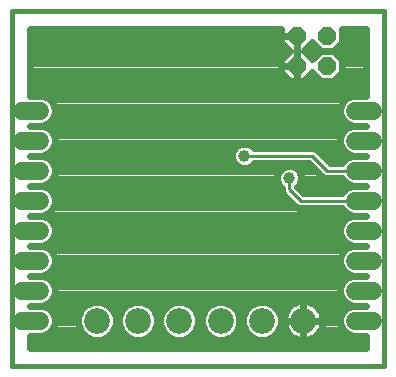
<source format=gtl>
G75*
%MOIN*%
%OFA0B0*%
%FSLAX25Y25*%
%IPPOS*%
%LPD*%
%AMOC8*
5,1,8,0,0,1.08239X$1,22.5*
%
%ADD10C,0.01600*%
%ADD11C,0.06000*%
%ADD12OC8,0.06000*%
%ADD13C,0.08600*%
%ADD14C,0.02400*%
%ADD15C,0.03962*%
%ADD16C,0.01000*%
D10*
X0008250Y0002200D02*
X0008250Y0120310D01*
X0132266Y0120310D01*
X0132266Y0002200D01*
X0008250Y0002200D01*
D11*
X0011500Y0017200D02*
X0017500Y0017200D01*
X0017500Y0027200D02*
X0011500Y0027200D01*
X0011500Y0037200D02*
X0017500Y0037200D01*
X0017500Y0047200D02*
X0011500Y0047200D01*
X0011500Y0057200D02*
X0017500Y0057200D01*
X0017500Y0067200D02*
X0011500Y0067200D01*
X0011500Y0077200D02*
X0017500Y0077200D01*
X0017500Y0087200D02*
X0011500Y0087200D01*
X0122750Y0087200D02*
X0128750Y0087200D01*
X0128750Y0077200D02*
X0122750Y0077200D01*
X0122750Y0067200D02*
X0128750Y0067200D01*
X0128750Y0057200D02*
X0122750Y0057200D01*
X0122750Y0047200D02*
X0128750Y0047200D01*
X0128750Y0037200D02*
X0122750Y0037200D01*
X0122750Y0027200D02*
X0128750Y0027200D01*
X0128750Y0017200D02*
X0122750Y0017200D01*
D12*
X0113250Y0102200D03*
X0103250Y0102200D03*
X0103250Y0112200D03*
X0113250Y0112200D03*
D13*
X0105337Y0017200D03*
X0091557Y0017200D03*
X0077837Y0017200D03*
X0064057Y0017200D03*
X0050337Y0017200D03*
X0036557Y0017200D03*
D14*
X0041898Y0020769D02*
X0040126Y0022541D01*
X0037810Y0023500D01*
X0035304Y0023500D01*
X0032988Y0022541D01*
X0031216Y0020769D01*
X0030257Y0018453D01*
X0030257Y0015947D01*
X0031216Y0013631D01*
X0032988Y0011859D01*
X0035304Y0010900D01*
X0037810Y0010900D01*
X0040126Y0011859D01*
X0041898Y0013631D01*
X0042857Y0015947D01*
X0042857Y0018453D01*
X0041898Y0020769D01*
X0041279Y0021388D02*
X0045615Y0021388D01*
X0044996Y0020769D02*
X0044037Y0018453D01*
X0044037Y0015947D01*
X0044996Y0013631D01*
X0046768Y0011859D01*
X0049083Y0010900D01*
X0051590Y0010900D01*
X0053905Y0011859D01*
X0055677Y0013631D01*
X0056637Y0015947D01*
X0056637Y0018453D01*
X0055677Y0020769D01*
X0053905Y0022541D01*
X0051590Y0023500D01*
X0049083Y0023500D01*
X0046768Y0022541D01*
X0044996Y0020769D01*
X0044259Y0018990D02*
X0042635Y0018990D01*
X0042857Y0016591D02*
X0044037Y0016591D01*
X0044763Y0014193D02*
X0042130Y0014193D01*
X0039969Y0011794D02*
X0046925Y0011794D01*
X0053748Y0011794D02*
X0060646Y0011794D01*
X0060488Y0011859D02*
X0062804Y0010900D01*
X0065310Y0010900D01*
X0067626Y0011859D01*
X0069398Y0013631D01*
X0070357Y0015947D01*
X0070357Y0018453D01*
X0069398Y0020769D01*
X0067626Y0022541D01*
X0065310Y0023500D01*
X0062804Y0023500D01*
X0060488Y0022541D01*
X0058716Y0020769D01*
X0057757Y0018453D01*
X0057757Y0015947D01*
X0058716Y0013631D01*
X0060488Y0011859D01*
X0058484Y0014193D02*
X0055910Y0014193D01*
X0056637Y0016591D02*
X0057757Y0016591D01*
X0057979Y0018990D02*
X0056414Y0018990D01*
X0055058Y0021388D02*
X0059336Y0021388D01*
X0068779Y0021388D02*
X0073115Y0021388D01*
X0072496Y0020769D02*
X0071537Y0018453D01*
X0071537Y0015947D01*
X0072496Y0013631D01*
X0074268Y0011859D01*
X0076583Y0010900D01*
X0079090Y0010900D01*
X0081405Y0011859D01*
X0083177Y0013631D01*
X0084137Y0015947D01*
X0084137Y0018453D01*
X0083177Y0020769D01*
X0081405Y0022541D01*
X0079090Y0023500D01*
X0076583Y0023500D01*
X0074268Y0022541D01*
X0072496Y0020769D01*
X0071759Y0018990D02*
X0070135Y0018990D01*
X0070357Y0016591D02*
X0071537Y0016591D01*
X0072263Y0014193D02*
X0069630Y0014193D01*
X0067469Y0011794D02*
X0074425Y0011794D01*
X0081248Y0011794D02*
X0088146Y0011794D01*
X0087988Y0011859D02*
X0090304Y0010900D01*
X0092810Y0010900D01*
X0095126Y0011859D01*
X0096898Y0013631D01*
X0097857Y0015947D01*
X0097857Y0018453D01*
X0096898Y0020769D01*
X0095126Y0022541D01*
X0092810Y0023500D01*
X0090304Y0023500D01*
X0087988Y0022541D01*
X0086216Y0020769D01*
X0085257Y0018453D01*
X0085257Y0015947D01*
X0086216Y0013631D01*
X0087988Y0011859D01*
X0085984Y0014193D02*
X0083410Y0014193D01*
X0084137Y0016591D02*
X0085257Y0016591D01*
X0085479Y0018990D02*
X0083914Y0018990D01*
X0082558Y0021388D02*
X0086836Y0021388D01*
X0096279Y0021388D02*
X0100357Y0021388D01*
X0100439Y0021495D02*
X0099920Y0020819D01*
X0099494Y0020081D01*
X0099168Y0019294D01*
X0098948Y0018471D01*
X0098837Y0017626D01*
X0098837Y0017200D01*
X0098837Y0016774D01*
X0098948Y0015929D01*
X0099168Y0015106D01*
X0099494Y0014319D01*
X0099920Y0013581D01*
X0100439Y0012905D01*
X0101042Y0012303D01*
X0101718Y0011784D01*
X0102456Y0011358D01*
X0103243Y0011032D01*
X0104066Y0010811D01*
X0104911Y0010700D01*
X0105337Y0010700D01*
X0105763Y0010700D01*
X0106607Y0010811D01*
X0107430Y0011032D01*
X0108218Y0011358D01*
X0108956Y0011784D01*
X0109632Y0012303D01*
X0110234Y0012905D01*
X0110753Y0013581D01*
X0111179Y0014319D01*
X0111505Y0015106D01*
X0111725Y0015929D01*
X0111837Y0016774D01*
X0111837Y0017200D01*
X0111837Y0017626D01*
X0111725Y0018471D01*
X0111505Y0019294D01*
X0111179Y0020081D01*
X0110753Y0020819D01*
X0110234Y0021495D01*
X0109632Y0022097D01*
X0108956Y0022616D01*
X0108218Y0023042D01*
X0107430Y0023368D01*
X0106607Y0023589D01*
X0105763Y0023700D01*
X0105337Y0023700D01*
X0105337Y0017200D01*
X0111837Y0017200D01*
X0105337Y0017200D01*
X0105337Y0017200D01*
X0105337Y0017200D01*
X0105337Y0010700D01*
X0105337Y0017200D01*
X0105337Y0017200D01*
X0105337Y0023700D01*
X0104911Y0023700D01*
X0104066Y0023589D01*
X0103243Y0023368D01*
X0102456Y0023042D01*
X0101718Y0022616D01*
X0101042Y0022097D01*
X0100439Y0021495D01*
X0099087Y0018990D02*
X0097635Y0018990D01*
X0098837Y0017200D02*
X0105336Y0017200D01*
X0098837Y0017200D01*
X0098861Y0016591D02*
X0097857Y0016591D01*
X0097130Y0014193D02*
X0099567Y0014193D01*
X0101704Y0011794D02*
X0094969Y0011794D01*
X0105337Y0011794D02*
X0105337Y0011794D01*
X0105337Y0014193D02*
X0105337Y0014193D01*
X0105337Y0016591D02*
X0105337Y0016591D01*
X0105336Y0017200D02*
X0105336Y0017200D01*
X0105337Y0018990D02*
X0105337Y0018990D01*
X0105337Y0021388D02*
X0105337Y0021388D01*
X0110316Y0021388D02*
X0119867Y0021388D01*
X0119918Y0021439D02*
X0118511Y0020032D01*
X0117750Y0018195D01*
X0117750Y0016205D01*
X0118511Y0014368D01*
X0119918Y0012961D01*
X0121755Y0012200D01*
X0126266Y0012200D01*
X0126266Y0008200D01*
X0014250Y0008200D01*
X0014250Y0012200D01*
X0018495Y0012200D01*
X0020332Y0012961D01*
X0021739Y0014368D01*
X0022500Y0016205D01*
X0022500Y0018195D01*
X0021739Y0020032D01*
X0020332Y0021439D01*
X0018495Y0022200D01*
X0020332Y0022961D01*
X0021739Y0024368D01*
X0022500Y0026205D01*
X0022500Y0028195D01*
X0021739Y0030032D01*
X0020332Y0031439D01*
X0018495Y0032200D01*
X0020332Y0032961D01*
X0021739Y0034368D01*
X0022500Y0036205D01*
X0022500Y0038195D01*
X0021739Y0040032D01*
X0020332Y0041439D01*
X0018495Y0042200D01*
X0020332Y0042961D01*
X0021739Y0044368D01*
X0022500Y0046205D01*
X0022500Y0048195D01*
X0021739Y0050032D01*
X0020332Y0051439D01*
X0018495Y0052200D01*
X0020332Y0052961D01*
X0021739Y0054368D01*
X0022500Y0056205D01*
X0022500Y0058195D01*
X0021739Y0060032D01*
X0020332Y0061439D01*
X0018495Y0062200D01*
X0020332Y0062961D01*
X0021739Y0064368D01*
X0022500Y0066205D01*
X0022500Y0068195D01*
X0021739Y0070032D01*
X0020332Y0071439D01*
X0018495Y0072200D01*
X0020332Y0072961D01*
X0021739Y0074368D01*
X0022500Y0076205D01*
X0022500Y0078195D01*
X0021739Y0080032D01*
X0020332Y0081439D01*
X0018495Y0082200D01*
X0020332Y0082961D01*
X0021739Y0084368D01*
X0022500Y0086205D01*
X0022500Y0088195D01*
X0021739Y0090032D01*
X0020332Y0091439D01*
X0018495Y0092200D01*
X0014250Y0092200D01*
X0014250Y0114310D01*
X0098050Y0114310D01*
X0098050Y0112200D01*
X0103250Y0112200D01*
X0103250Y0107000D01*
X0103250Y0102200D01*
X0103250Y0102200D01*
X0103250Y0112200D01*
X0103250Y0112200D01*
X0103250Y0112200D01*
X0098050Y0112200D01*
X0098050Y0110046D01*
X0100896Y0107200D01*
X0098050Y0104354D01*
X0098050Y0102200D01*
X0103250Y0102200D01*
X0103250Y0097000D01*
X0105404Y0097000D01*
X0108391Y0099988D01*
X0111179Y0097200D01*
X0115321Y0097200D01*
X0118250Y0100129D01*
X0118250Y0104271D01*
X0115321Y0107200D01*
X0118250Y0110129D01*
X0118250Y0114271D01*
X0118211Y0114310D01*
X0126266Y0114310D01*
X0126266Y0092200D01*
X0121755Y0092200D01*
X0119918Y0091439D01*
X0118511Y0090032D01*
X0117750Y0088195D01*
X0117750Y0086205D01*
X0118511Y0084368D01*
X0119918Y0082961D01*
X0121755Y0082200D01*
X0119918Y0081439D01*
X0118511Y0080032D01*
X0117750Y0078195D01*
X0117750Y0076205D01*
X0118511Y0074368D01*
X0119918Y0072961D01*
X0121755Y0072200D01*
X0119918Y0071439D01*
X0118511Y0070032D01*
X0118374Y0069700D01*
X0114286Y0069700D01*
X0109666Y0074319D01*
X0108747Y0074700D01*
X0088880Y0074700D01*
X0088005Y0075575D01*
X0086542Y0076181D01*
X0084958Y0076181D01*
X0083495Y0075575D01*
X0082375Y0074455D01*
X0081769Y0072992D01*
X0081769Y0071408D01*
X0082375Y0069945D01*
X0083495Y0068825D01*
X0084958Y0068219D01*
X0086542Y0068219D01*
X0088005Y0068825D01*
X0088880Y0069700D01*
X0107214Y0069700D01*
X0111131Y0065784D01*
X0111834Y0065081D01*
X0112753Y0064700D01*
X0118374Y0064700D01*
X0118511Y0064368D01*
X0119918Y0062961D01*
X0121755Y0062200D01*
X0119918Y0061439D01*
X0118511Y0060032D01*
X0118374Y0059700D01*
X0105536Y0059700D01*
X0103458Y0061778D01*
X0104125Y0062445D01*
X0104731Y0063908D01*
X0104731Y0065492D01*
X0104125Y0066955D01*
X0103005Y0068075D01*
X0101542Y0068681D01*
X0099958Y0068681D01*
X0098495Y0068075D01*
X0097375Y0066955D01*
X0096769Y0065492D01*
X0096769Y0063908D01*
X0097375Y0062445D01*
X0098250Y0061570D01*
X0098250Y0060453D01*
X0098631Y0059534D01*
X0099334Y0058831D01*
X0103084Y0055081D01*
X0104003Y0054700D01*
X0118374Y0054700D01*
X0118511Y0054368D01*
X0119918Y0052961D01*
X0121755Y0052200D01*
X0119918Y0051439D01*
X0118511Y0050032D01*
X0117750Y0048195D01*
X0117750Y0046205D01*
X0118511Y0044368D01*
X0119918Y0042961D01*
X0121755Y0042200D01*
X0119918Y0041439D01*
X0118511Y0040032D01*
X0117750Y0038195D01*
X0117750Y0036205D01*
X0118511Y0034368D01*
X0119918Y0032961D01*
X0121755Y0032200D01*
X0119918Y0031439D01*
X0118511Y0030032D01*
X0117750Y0028195D01*
X0117750Y0026205D01*
X0118511Y0024368D01*
X0119918Y0022961D01*
X0121755Y0022200D01*
X0119918Y0021439D01*
X0121755Y0022200D02*
X0126266Y0022200D01*
X0126266Y0022200D01*
X0121755Y0022200D01*
X0119092Y0023787D02*
X0021158Y0023787D01*
X0020383Y0021388D02*
X0031836Y0021388D01*
X0030479Y0018990D02*
X0022171Y0018990D01*
X0022500Y0016591D02*
X0030257Y0016591D01*
X0030984Y0014193D02*
X0021564Y0014193D01*
X0014250Y0011794D02*
X0033146Y0011794D01*
X0018495Y0022200D02*
X0014250Y0022200D01*
X0018495Y0022200D01*
X0014250Y0022200D02*
X0014250Y0022200D01*
X0022339Y0028584D02*
X0117911Y0028584D01*
X0117758Y0026185D02*
X0022492Y0026185D01*
X0020789Y0030982D02*
X0119461Y0030982D01*
X0119498Y0033381D02*
X0020752Y0033381D01*
X0018495Y0032200D02*
X0014250Y0032200D01*
X0014250Y0032200D01*
X0018495Y0032200D01*
X0022323Y0035779D02*
X0117927Y0035779D01*
X0117750Y0038178D02*
X0022500Y0038178D01*
X0021195Y0040576D02*
X0119055Y0040576D01*
X0119904Y0042975D02*
X0020346Y0042975D01*
X0018495Y0042200D02*
X0014250Y0042200D01*
X0014250Y0042200D01*
X0018495Y0042200D01*
X0022155Y0045373D02*
X0118095Y0045373D01*
X0117750Y0047772D02*
X0022500Y0047772D01*
X0021601Y0050170D02*
X0118649Y0050170D01*
X0120865Y0052569D02*
X0019385Y0052569D01*
X0018495Y0052200D02*
X0014250Y0052200D01*
X0014250Y0052200D01*
X0018495Y0052200D01*
X0021987Y0054967D02*
X0103358Y0054967D01*
X0100799Y0057366D02*
X0022500Y0057366D01*
X0021850Y0059764D02*
X0098535Y0059764D01*
X0097657Y0062163D02*
X0018584Y0062163D01*
X0018495Y0062200D02*
X0014250Y0062200D01*
X0018495Y0062200D01*
X0021819Y0064561D02*
X0096769Y0064561D01*
X0097380Y0066960D02*
X0022500Y0066960D01*
X0022018Y0069358D02*
X0082962Y0069358D01*
X0081769Y0071757D02*
X0019564Y0071757D01*
X0018495Y0072200D02*
X0014250Y0072200D01*
X0014250Y0072200D01*
X0018495Y0072200D01*
X0021526Y0074155D02*
X0082251Y0074155D01*
X0088538Y0069358D02*
X0107556Y0069358D01*
X0109955Y0066960D02*
X0104120Y0066960D01*
X0104731Y0064561D02*
X0118431Y0064561D01*
X0121666Y0062163D02*
X0103843Y0062163D01*
X0105471Y0059764D02*
X0118400Y0059764D01*
X0121755Y0062200D02*
X0126266Y0062200D01*
X0126266Y0062200D01*
X0121755Y0062200D01*
X0120686Y0071757D02*
X0112229Y0071757D01*
X0109830Y0074155D02*
X0118724Y0074155D01*
X0117750Y0076554D02*
X0022500Y0076554D01*
X0022186Y0078952D02*
X0118064Y0078952D01*
X0119830Y0081351D02*
X0020420Y0081351D01*
X0018495Y0082200D02*
X0014250Y0082200D01*
X0014250Y0082200D01*
X0018495Y0082200D01*
X0021120Y0083749D02*
X0119130Y0083749D01*
X0117774Y0086148D02*
X0022476Y0086148D01*
X0022354Y0088546D02*
X0117896Y0088546D01*
X0119424Y0090945D02*
X0020826Y0090945D01*
X0014250Y0093343D02*
X0126266Y0093343D01*
X0126266Y0095742D02*
X0014250Y0095742D01*
X0014250Y0098140D02*
X0099956Y0098140D01*
X0101096Y0097000D02*
X0103250Y0097000D01*
X0103250Y0102200D01*
X0103250Y0102200D01*
X0103250Y0102200D01*
X0098050Y0102200D01*
X0098050Y0100046D01*
X0101096Y0097000D01*
X0103250Y0098140D02*
X0103250Y0098140D01*
X0103250Y0100539D02*
X0103250Y0100539D01*
X0103250Y0102937D02*
X0103250Y0102937D01*
X0103250Y0105336D02*
X0103250Y0105336D01*
X0103250Y0107734D02*
X0103250Y0107734D01*
X0103250Y0110133D02*
X0103250Y0110133D01*
X0106138Y0107734D02*
X0110644Y0107734D01*
X0111179Y0107200D02*
X0115321Y0107200D01*
X0111179Y0107200D01*
X0108391Y0109988D01*
X0105604Y0107200D01*
X0108391Y0104412D01*
X0111179Y0107200D01*
X0109315Y0105336D02*
X0107468Y0105336D01*
X0100362Y0107734D02*
X0014250Y0107734D01*
X0014250Y0105336D02*
X0099032Y0105336D01*
X0098050Y0102937D02*
X0014250Y0102937D01*
X0014250Y0100539D02*
X0098050Y0100539D01*
X0106544Y0098140D02*
X0110238Y0098140D01*
X0116262Y0098140D02*
X0126266Y0098140D01*
X0126266Y0100539D02*
X0118250Y0100539D01*
X0118250Y0102937D02*
X0126266Y0102937D01*
X0126266Y0105336D02*
X0117185Y0105336D01*
X0115856Y0107734D02*
X0126266Y0107734D01*
X0126266Y0110133D02*
X0118250Y0110133D01*
X0118250Y0112532D02*
X0126266Y0112532D01*
X0098050Y0112532D02*
X0014250Y0112532D01*
X0014250Y0110133D02*
X0098050Y0110133D01*
X0121755Y0082200D02*
X0126266Y0082200D01*
X0121755Y0082200D01*
X0126266Y0082200D02*
X0126266Y0082200D01*
X0126266Y0072200D02*
X0121755Y0072200D01*
X0126266Y0072200D01*
X0126266Y0072200D01*
X0126266Y0052200D02*
X0121755Y0052200D01*
X0126266Y0052200D01*
X0126266Y0052200D01*
X0126266Y0042200D02*
X0121755Y0042200D01*
X0126266Y0042200D01*
X0126266Y0042200D01*
X0126266Y0032200D02*
X0121755Y0032200D01*
X0126266Y0032200D01*
X0126266Y0032200D01*
X0118079Y0018990D02*
X0111586Y0018990D01*
X0111813Y0016591D02*
X0117750Y0016591D01*
X0118686Y0014193D02*
X0111106Y0014193D01*
X0108969Y0011794D02*
X0126266Y0011794D01*
X0126266Y0009396D02*
X0014250Y0009396D01*
X0014250Y0062200D02*
X0014250Y0062200D01*
D15*
X0085750Y0072200D03*
X0100750Y0064700D03*
D16*
X0100750Y0060950D01*
X0104500Y0057200D01*
X0125750Y0057200D01*
X0125750Y0067200D02*
X0113250Y0067200D01*
X0108250Y0072200D01*
X0085750Y0072200D01*
M02*

</source>
